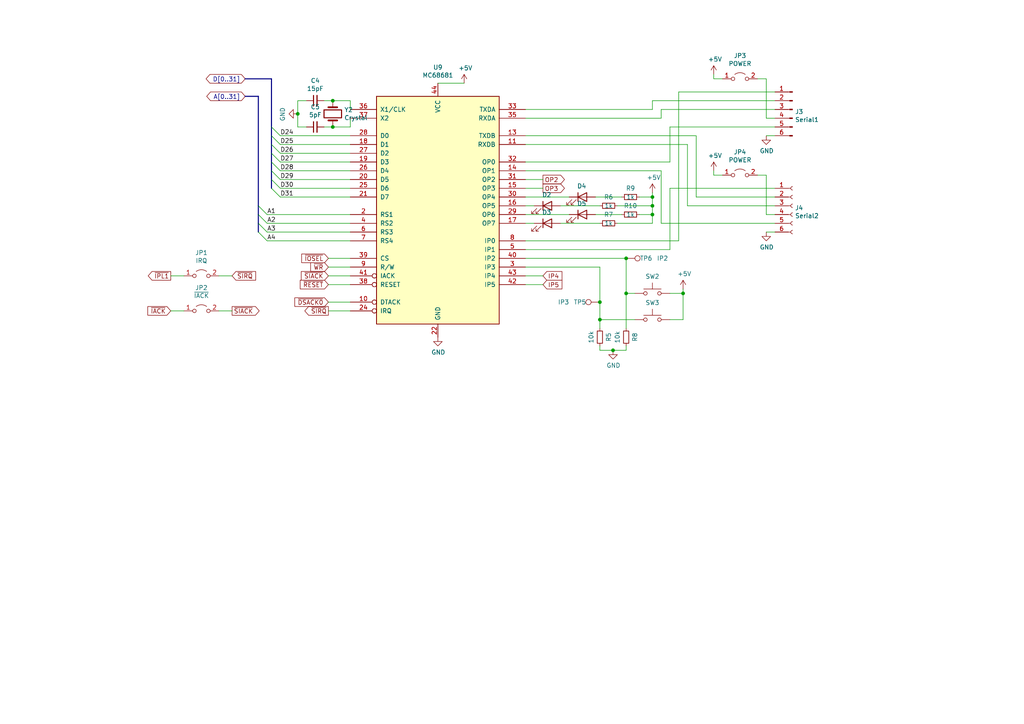
<source format=kicad_sch>
(kicad_sch (version 20231120) (generator "eeschema") (generator_version "8.0")
  (paper "A4")
  (title_block (title "k30-VME32") (rev "1"))
  (lib_symbols
    (symbol "Computie_68k:MC68681-PLCC" (pin_names (offset 1.016))
      (property "Reference" "U" (at 0 3.81 0))
      (property "Value" "MC68681-PLCC" (at 0 -2.54 0))
      (symbol "MC68681-PLCC_0_1"
        (rectangle (start -17.78 -31.75) (end 17.78 34.29) (stroke (width 0.254)) (fill (type background)))
      )
      (symbol "MC68681-PLCC_1_1"
        (pin open_collector inverted (at -25.4 -25.4 0) (length 7.62) (name "DTACK") (number "10"))
        (pin input line (at 25.4 20.32 180) (length 7.62) (name "RXDB") (number "11"))
        (pin output line (at 25.4 22.86 180) (length 7.62) (name "TXDB") (number "13"))
        (pin output line (at 25.4 12.7 180) (length 7.62) (name "OP1") (number "14"))
        (pin output line (at 25.4 7.62 180) (length 7.62) (name "OP3") (number "15"))
        (pin output line (at 25.4 2.54 180) (length 7.62) (name "OP5") (number "16"))
        (pin output line (at 25.4 -2.54 180) (length 7.62) (name "OP7") (number "17"))
        (pin tri_state line (at -25.4 20.32 0) (length 7.62) (name "D1") (number "18"))
        (pin tri_state line (at -25.4 15.24 0) (length 7.62) (name "D3") (number "19"))
        (pin input line (at -25.4 0 0) (length 7.62) (name "RS1") (number "2"))
        (pin tri_state line (at -25.4 10.16 0) (length 7.62) (name "D5") (number "20"))
        (pin tri_state line (at -25.4 5.08 0) (length 7.62) (name "D7") (number "21"))
        (pin power_in line (at 0 -35.56 90) (length 3.81) (name "GND") (number "22"))
        (pin output inverted (at -25.4 -27.94 0) (length 7.62) (name "IRQ") (number "24"))
        (pin tri_state line (at -25.4 7.62 0) (length 7.62) (name "D6") (number "25"))
        (pin tri_state line (at -25.4 12.7 0) (length 7.62) (name "D4") (number "26"))
        (pin tri_state line (at -25.4 17.78 0) (length 7.62) (name "D2") (number "27"))
        (pin tri_state line (at -25.4 22.86 0) (length 7.62) (name "D0") (number "28"))
        (pin output line (at 25.4 0 180) (length 7.62) (name "OP6") (number "29"))
        (pin input line (at 25.4 -15.24 180) (length 7.62) (name "IP3") (number "3"))
        (pin output line (at 25.4 5.08 180) (length 7.62) (name "OP4") (number "30"))
        (pin output line (at 25.4 10.16 180) (length 7.62) (name "OP2") (number "31"))
        (pin output line (at 25.4 15.24 180) (length 7.62) (name "OP0") (number "32"))
        (pin output line (at 25.4 30.48 180) (length 7.62) (name "TXDA") (number "33"))
        (pin input line (at 25.4 27.94 180) (length 7.62) (name "RXDA") (number "35"))
        (pin input line (at -25.4 30.48 0) (length 7.62) (name "X1/CLK") (number "36"))
        (pin input line (at -25.4 27.94 0) (length 7.62) (name "X2") (number "37"))
        (pin input inverted (at -25.4 -20.32 0) (length 7.62) (name "RESET") (number "38"))
        (pin input line (at -25.4 -12.7 0) (length 7.62) (name "CS") (number "39"))
        (pin input line (at -25.4 -2.54 0) (length 7.62) (name "RS2") (number "4"))
        (pin input line (at 25.4 -12.7 180) (length 7.62) (name "IP2") (number "40"))
        (pin input inverted (at -25.4 -17.78 0) (length 7.62) (name "IACK") (number "41"))
        (pin input line (at 25.4 -20.32 180) (length 7.62) (name "IP5") (number "42"))
        (pin input line (at 25.4 -17.78 180) (length 7.62) (name "IP4") (number "43"))
        (pin power_in line (at 0 38.1 270) (length 3.81) (name "VCC") (number "44"))
        (pin input line (at 25.4 -10.16 180) (length 7.62) (name "IP1") (number "5"))
        (pin input line (at -25.4 -5.08 0) (length 7.62) (name "RS3") (number "6"))
        (pin input line (at -25.4 -7.62 0) (length 7.62) (name "RS4") (number "7"))
        (pin input line (at 25.4 -7.62 180) (length 7.62) (name "IP0") (number "8"))
        (pin input line (at -25.4 -15.24 0) (length 7.62) (name "R/W") (number "9"))
      )
    )
    (symbol "Connector:Conn_01x06_Female" (pin_names (offset 1.016) hide)
      (property "Reference" "J" (at 0 7.62 0))
      (property "Value" "Conn_01x06_Female" (at 0 -10.16 0))
      (symbol "Conn_01x06_Female_1_1"
        (arc (start 0 -7.112) (mid -0.5058 -7.62) (end 0 -8.128) (stroke (width 0.1524)))
        (arc (start 0 -4.572) (mid -0.5058 -5.08) (end 0 -5.588) (stroke (width 0.1524)))
        (arc (start 0 -2.032) (mid -0.5058 -2.54) (end 0 -3.048) (stroke (width 0.1524)))
        (polyline (pts (xy -1.27 -7.62) (xy -0.508 -7.62)) (stroke (width 0.1524)))
        (polyline (pts (xy -1.27 -5.08) (xy -0.508 -5.08)) (stroke (width 0.1524)))
        (polyline (pts (xy -1.27 -2.54) (xy -0.508 -2.54)) (stroke (width 0.1524)))
        (polyline (pts (xy -1.27 0) (xy -0.508 0)) (stroke (width 0.1524)))
        (polyline (pts (xy -1.27 2.54) (xy -0.508 2.54)) (stroke (width 0.1524)))
        (polyline (pts (xy -1.27 5.08) (xy -0.508 5.08)) (stroke (width 0.1524)))
        (arc (start 0 0.508) (mid -0.5058 0) (end 0 -0.508) (stroke (width 0.1524)))
        (arc (start 0 3.048) (mid -0.5058 2.54) (end 0 2.032) (stroke (width 0.1524)))
        (arc (start 0 5.588) (mid -0.5058 5.08) (end 0 4.572) (stroke (width 0.1524)))
        (pin passive line (at -5.08 5.08 0) (length 3.81) (name "Pin_1") (number "1"))
        (pin passive line (at -5.08 2.54 0) (length 3.81) (name "Pin_2") (number "2"))
        (pin passive line (at -5.08 0 0) (length 3.81) (name "Pin_3") (number "3"))
        (pin passive line (at -5.08 -2.54 0) (length 3.81) (name "Pin_4") (number "4"))
        (pin passive line (at -5.08 -5.08 0) (length 3.81) (name "Pin_5") (number "5"))
        (pin passive line (at -5.08 -7.62 0) (length 3.81) (name "Pin_6") (number "6"))
      )
    )
    (symbol "Connector:Conn_01x06_Male" (pin_names (offset 1.016) hide)
      (property "Reference" "J" (at 0 7.62 0))
      (property "Value" "Conn_01x06_Male" (at 0 -10.16 0))
      (symbol "Conn_01x06_Male_1_1"
        (polyline (pts (xy 1.27 -7.62) (xy 0.8636 -7.62)) (stroke (width 0.1524)))
        (polyline (pts (xy 1.27 -5.08) (xy 0.8636 -5.08)) (stroke (width 0.1524)))
        (polyline (pts (xy 1.27 -2.54) (xy 0.8636 -2.54)) (stroke (width 0.1524)))
        (polyline (pts (xy 1.27 0) (xy 0.8636 0)) (stroke (width 0.1524)))
        (polyline (pts (xy 1.27 2.54) (xy 0.8636 2.54)) (stroke (width 0.1524)))
        (polyline (pts (xy 1.27 5.08) (xy 0.8636 5.08)) (stroke (width 0.1524)))
        (rectangle (start 0.8636 -7.493) (end 0 -7.747) (stroke (width 0.1524)) (fill (type outline)))
        (rectangle (start 0.8636 -4.953) (end 0 -5.207) (stroke (width 0.1524)) (fill (type outline)))
        (rectangle (start 0.8636 -2.413) (end 0 -2.667) (stroke (width 0.1524)) (fill (type outline)))
        (rectangle (start 0.8636 0.127) (end 0 -0.127) (stroke (width 0.1524)) (fill (type outline)))
        (rectangle (start 0.8636 2.667) (end 0 2.413) (stroke (width 0.1524)) (fill (type outline)))
        (rectangle (start 0.8636 5.207) (end 0 4.953) (stroke (width 0.1524)) (fill (type outline)))
        (pin passive line (at 5.08 5.08 180) (length 3.81) (name "Pin_1") (number "1"))
        (pin passive line (at 5.08 2.54 180) (length 3.81) (name "Pin_2") (number "2"))
        (pin passive line (at 5.08 0 180) (length 3.81) (name "Pin_3") (number "3"))
        (pin passive line (at 5.08 -2.54 180) (length 3.81) (name "Pin_4") (number "4"))
        (pin passive line (at 5.08 -5.08 180) (length 3.81) (name "Pin_5") (number "5"))
        (pin passive line (at 5.08 -7.62 180) (length 3.81) (name "Pin_6") (number "6"))
      )
    )
    (symbol "Connector:TestPoint" (pin_numbers hide) (pin_names (offset 0.762) hide)
      (property "Reference" "TP" (at 0 6.858 0))
      (property "Value" "TestPoint" (at 0 5.08 0))
      (symbol "TestPoint_0_1"
        (circle (center 0 3.302) (radius 0.762))
      )
      (symbol "TestPoint_1_1"
        (pin passive line (at 0 0 90) (length 2.54) (name "1") (number "1"))
      )
    )
    (symbol "Device:C_Small" (pin_numbers hide) (pin_names (offset 0.254) hide)
      (property "Reference" "C" (at 0.254 1.778 0))
      (property "Value" "C_Small" (at 0.254 -2.032 0))
      (symbol "C_Small_0_1"
        (polyline (pts (xy -1.524 -0.508) (xy 1.524 -0.508)) (stroke (width 0.3302)))
        (polyline (pts (xy -1.524 0.508) (xy 1.524 0.508)) (stroke (width 0.3048)))
      )
      (symbol "C_Small_1_1"
        (pin passive line (at 0 2.54 270) (length 2.032) (name "~") (number "1"))
        (pin passive line (at 0 -2.54 90) (length 2.032) (name "~") (number "2"))
      )
    )
    (symbol "Device:Crystal" (pin_numbers hide) (pin_names (offset 1.016) hide)
      (property "Reference" "Y" (at 0 3.81 0))
      (property "Value" "Crystal" (at 0 -3.81 0))
      (symbol "Crystal_0_1"
        (rectangle (start -1.143 2.54) (end 1.143 -2.54) (stroke (width 0.3048)))
        (polyline (pts (xy -2.54 0) (xy -1.905 0)))
        (polyline (pts (xy -1.905 -1.27) (xy -1.905 1.27)) (stroke (width 0.508)))
        (polyline (pts (xy 1.905 -1.27) (xy 1.905 1.27)) (stroke (width 0.508)))
        (polyline (pts (xy 2.54 0) (xy 1.905 0)))
      )
      (symbol "Crystal_1_1"
        (pin passive line (at -3.81 0 0) (length 1.27) (name "1") (number "1"))
        (pin passive line (at 3.81 0 180) (length 1.27) (name "2") (number "2"))
      )
    )
    (symbol "Device:LED" (pin_numbers hide) (pin_names (offset 1.016) hide)
      (property "Reference" "D" (at 0 2.54 0))
      (property "Value" "LED" (at 0 -2.54 0))
      (symbol "LED_0_1"
        (polyline (pts (xy -1.27 -1.27) (xy -1.27 1.27)) (stroke (width 0.254)))
        (polyline (pts (xy -1.27 0) (xy 1.27 0)))
        (polyline (pts (xy 1.27 -1.27) (xy 1.27 1.27) (xy -1.27 0) (xy 1.27 -1.27)) (stroke (width 0.254)))
        (polyline (pts (xy -3.048 -0.762) (xy -4.572 -2.286) (xy -3.81 -2.286) (xy -4.572 -2.286) (xy -4.572 -1.524)))
        (polyline (pts (xy -1.778 -0.762) (xy -3.302 -2.286) (xy -2.54 -2.286) (xy -3.302 -2.286) (xy -3.302 -1.524)))
      )
      (symbol "LED_1_1"
        (pin passive line (at -3.81 0 0) (length 2.54) (name "K") (number "1"))
        (pin passive line (at 3.81 0 180) (length 2.54) (name "A") (number "2"))
      )
    )
    (symbol "Device:R_Small" (pin_numbers hide) (pin_names (offset 0.254) hide)
      (property "Reference" "R" (at 0.762 0.508 0))
      (property "Value" "R_Small" (at 0.762 -1.016 0))
      (symbol "R_Small_0_1"
        (rectangle (start -0.762 1.778) (end 0.762 -1.778) (stroke (width 0.2032)))
      )
      (symbol "R_Small_1_1"
        (pin passive line (at 0 2.54 270) (length 0.762) (name "~") (number "1"))
        (pin passive line (at 0 -2.54 90) (length 0.762) (name "~") (number "2"))
      )
    )
    (symbol "Jumper:Jumper_2_Open" (pin_names (offset 0) hide)
      (property "Reference" "JP" (at 0 2.794 0))
      (property "Value" "Jumper_2_Open" (at 0 -2.286 0))
      (symbol "Jumper_2_Open_0_0"
        (circle (center -2.032 0) (radius 0.508))
        (circle (center 2.032 0) (radius 0.508))
      )
      (symbol "Jumper_2_Open_0_1"
        (arc (start 1.524 1.27) (mid 0 1.778) (end -1.524 1.27))
      )
      (symbol "Jumper_2_Open_1_1"
        (pin passive line (at -5.08 0 0) (length 2.54) (name "A") (number "1"))
        (pin passive line (at 5.08 0 180) (length 2.54) (name "B") (number "2"))
      )
    )
    (symbol "Switch:SW_Push" (pin_numbers hide) (pin_names (offset 1.016) hide)
      (property "Reference" "SW" (at 1.27 2.54 0))
      (property "Value" "SW_Push" (at 0 -1.524 0))
      (symbol "SW_Push_0_1"
        (circle (center -2.032 0) (radius 0.508))
        (polyline (pts (xy 0 1.27) (xy 0 3.048)))
        (polyline (pts (xy 2.54 1.27) (xy -2.54 1.27)))
        (circle (center 2.032 0) (radius 0.508))
        (pin passive line (at -5.08 0 0) (length 2.54) (name "1") (number "1"))
        (pin passive line (at 5.08 0 180) (length 2.54) (name "2") (number "2"))
      )
    )
    (symbol "power:+5V" (power) (pin_names (offset 0))
      (property "Value" "+5V" (at 0 3.556 0))
      (symbol "+5V_0_1"
        (polyline (pts (xy -0.762 1.27) (xy 0 2.54)))
        (polyline (pts (xy 0 0) (xy 0 2.54)))
        (polyline (pts (xy 0 2.54) (xy 0.762 1.27)))
      )
      (symbol "+5V_1_1"
        (pin power_in line (at 0 0 90) (length 0) hide (name "+5V") (number "1"))
      )
    )
    (symbol "power:GND" (power) (pin_names (offset 0))
      (property "Value" "GND" (at 0 -3.81 0))
      (symbol "GND_0_1"
        (polyline (pts (xy 0 0) (xy 0 -1.27) (xy 1.27 -1.27) (xy 0 -2.54) (xy -1.27 -1.27) (xy 0 -1.27)))
      )
      (symbol "GND_1_1"
        (pin power_in line (at 0 0 270) (length 0) hide (name "GND") (number "1"))
      )
    )
  )
  (junction (at 173.99 87.63))
  (junction (at 96.52 36.83))
  (junction (at 177.8 101.6))
  (junction (at 86.36 33.02))
  (junction (at 198.12 85.09))
  (junction (at 189.23 59.69))
  (junction (at 173.99 92.71))
  (junction (at 181.61 74.93))
  (junction (at 189.23 57.15))
  (junction (at 181.61 85.09))
  (junction (at 96.52 29.21))
  (junction (at 189.23 62.23))
  (bus_entry (at 81.28 44.45) (size -2.54 -2.54))
  (bus_entry (at 81.28 39.37) (size -2.54 -2.54))
  (bus_entry (at 81.28 41.91) (size -2.54 -2.54))
  (bus_entry (at 77.47 67.31) (size -2.54 -2.54))
  (bus_entry (at 77.47 64.77) (size -2.54 -2.54))
  (bus_entry (at 81.28 46.99) (size -2.54 -2.54))
  (bus_entry (at 77.47 62.23) (size -2.54 -2.54))
  (bus_entry (at 81.28 54.61) (size -2.54 -2.54))
  (bus_entry (at 81.28 52.07) (size -2.54 -2.54))
  (bus_entry (at 81.28 49.53) (size -2.54 -2.54))
  (bus_entry (at 77.47 69.85) (size -2.54 -2.54))
  (bus_entry (at 81.28 57.15) (size -2.54 -2.54))
  (wire (pts (xy 198.12 83.82) (xy 198.12 85.09)))
  (wire (pts (xy 196.85 69.85) (xy 152.4 69.85)))
  (wire (pts (xy 194.31 36.83) (xy 194.31 46.99)))
  (wire (pts (xy 173.99 92.71) (xy 173.99 95.25)))
  (wire (pts (xy 95.25 74.93) (xy 101.6 74.93)))
  (wire (pts (xy 157.48 82.55) (xy 152.4 82.55)))
  (wire (pts (xy 191.77 34.29) (xy 191.77 31.75)))
  (wire (pts (xy 181.61 100.33) (xy 181.61 101.6)))
  (wire (pts (xy 201.93 57.15) (xy 224.79 57.15)))
  (wire (pts (xy 152.4 74.93) (xy 181.61 74.93)))
  (bus (pts (xy 71.12 27.94) (xy 74.93 27.94)))
  (bus (pts (xy 78.74 44.45) (xy 78.74 46.99)))
  (bus (pts (xy 74.93 59.69) (xy 74.93 62.23)))
  (wire (pts (xy 189.23 59.69) (xy 179.07 59.69)))
  (wire (pts (xy 224.79 67.31) (xy 222.25 67.31)))
  (wire (pts (xy 154.94 64.77) (xy 152.4 64.77)))
  (wire (pts (xy 222.25 22.86) (xy 222.25 34.29)))
  (wire (pts (xy 101.6 46.99) (xy 81.28 46.99)))
  (wire (pts (xy 189.23 57.15) (xy 189.23 59.69)))
  (wire (pts (xy 222.25 62.23) (xy 224.79 62.23)))
  (bus (pts (xy 78.74 36.83) (xy 78.74 39.37)))
  (wire (pts (xy 181.61 85.09) (xy 181.61 95.25)))
  (wire (pts (xy 191.77 64.77) (xy 191.77 49.53)))
  (wire (pts (xy 196.85 26.67) (xy 196.85 69.85)))
  (bus (pts (xy 78.74 52.07) (xy 78.74 54.61)))
  (wire (pts (xy 157.48 80.01) (xy 152.4 80.01)))
  (wire (pts (xy 189.23 64.77) (xy 189.23 62.23)))
  (wire (pts (xy 184.15 92.71) (xy 173.99 92.71)))
  (wire (pts (xy 93.98 29.21) (xy 96.52 29.21)))
  (wire (pts (xy 181.61 85.09) (xy 184.15 85.09)))
  (wire (pts (xy 101.6 34.29) (xy 101.6 36.83)))
  (wire (pts (xy 207.01 21.59) (xy 207.01 22.86)))
  (wire (pts (xy 198.12 85.09) (xy 194.31 85.09)))
  (wire (pts (xy 127 24.13) (xy 134.62 24.13)))
  (bus (pts (xy 78.74 41.91) (xy 78.74 44.45)))
  (wire (pts (xy 180.34 62.23) (xy 172.72 62.23)))
  (wire (pts (xy 173.99 77.47) (xy 152.4 77.47)))
  (wire (pts (xy 101.6 29.21) (xy 101.6 31.75)))
  (wire (pts (xy 152.4 52.07) (xy 157.48 52.07)))
  (wire (pts (xy 101.6 49.53) (xy 81.28 49.53)))
  (wire (pts (xy 95.25 77.47) (xy 101.6 77.47)))
  (wire (pts (xy 199.39 59.69) (xy 224.79 59.69)))
  (wire (pts (xy 189.23 31.75) (xy 189.23 29.21)))
  (bus (pts (xy 74.93 27.94) (xy 74.93 59.69)))
  (wire (pts (xy 191.77 31.75) (xy 224.79 31.75)))
  (bus (pts (xy 74.93 62.23) (xy 74.93 64.77)))
  (wire (pts (xy 189.23 62.23) (xy 185.42 62.23)))
  (bus (pts (xy 78.74 22.86) (xy 71.12 22.86)))
  (wire (pts (xy 101.6 69.85) (xy 77.47 69.85)))
  (wire (pts (xy 96.52 29.21) (xy 101.6 29.21)))
  (wire (pts (xy 86.36 29.21) (xy 86.36 33.02)))
  (wire (pts (xy 101.6 36.83) (xy 96.52 36.83)))
  (wire (pts (xy 194.31 54.61) (xy 194.31 72.39)))
  (wire (pts (xy 194.31 36.83) (xy 224.79 36.83)))
  (wire (pts (xy 95.25 80.01) (xy 101.6 80.01)))
  (wire (pts (xy 181.61 74.93) (xy 181.61 85.09)))
  (wire (pts (xy 152.4 34.29) (xy 191.77 34.29)))
  (wire (pts (xy 101.6 64.77) (xy 77.47 64.77)))
  (wire (pts (xy 194.31 46.99) (xy 152.4 46.99)))
  (wire (pts (xy 101.6 41.91) (xy 81.28 41.91)))
  (wire (pts (xy 194.31 92.71) (xy 198.12 92.71)))
  (wire (pts (xy 101.6 62.23) (xy 77.47 62.23)))
  (wire (pts (xy 224.79 64.77) (xy 191.77 64.77)))
  (bus (pts (xy 78.74 46.99) (xy 78.74 49.53)))
  (wire (pts (xy 154.94 59.69) (xy 152.4 59.69)))
  (wire (pts (xy 101.6 44.45) (xy 81.28 44.45)))
  (wire (pts (xy 63.5 90.17) (xy 67.31 90.17)))
  (wire (pts (xy 101.6 57.15) (xy 81.28 57.15)))
  (bus (pts (xy 78.74 39.37) (xy 78.74 41.91)))
  (wire (pts (xy 152.4 31.75) (xy 189.23 31.75)))
  (wire (pts (xy 191.77 49.53) (xy 152.4 49.53)))
  (wire (pts (xy 95.25 87.63) (xy 101.6 87.63)))
  (wire (pts (xy 49.53 90.17) (xy 53.34 90.17)))
  (wire (pts (xy 196.85 26.67) (xy 224.79 26.67)))
  (wire (pts (xy 198.12 92.71) (xy 198.12 85.09)))
  (wire (pts (xy 157.48 54.61) (xy 152.4 54.61)))
  (wire (pts (xy 86.36 36.83) (xy 88.9 36.83)))
  (wire (pts (xy 194.31 72.39) (xy 152.4 72.39)))
  (wire (pts (xy 173.99 59.69) (xy 162.56 59.69)))
  (wire (pts (xy 49.53 80.01) (xy 53.34 80.01)))
  (wire (pts (xy 180.34 57.15) (xy 172.72 57.15)))
  (bus (pts (xy 78.74 49.53) (xy 78.74 52.07)))
  (wire (pts (xy 179.07 64.77) (xy 189.23 64.77)))
  (wire (pts (xy 173.99 87.63) (xy 173.99 92.71)))
  (wire (pts (xy 177.8 101.6) (xy 173.99 101.6)))
  (wire (pts (xy 181.61 101.6) (xy 177.8 101.6)))
  (wire (pts (xy 207.01 49.53) (xy 207.01 50.8)))
  (wire (pts (xy 101.6 67.31) (xy 77.47 67.31)))
  (wire (pts (xy 189.23 57.15) (xy 185.42 57.15)))
  (wire (pts (xy 207.01 50.8) (xy 209.55 50.8)))
  (wire (pts (xy 173.99 77.47) (xy 173.99 87.63)))
  (wire (pts (xy 173.99 64.77) (xy 162.56 64.77)))
  (wire (pts (xy 152.4 39.37) (xy 201.93 39.37)))
  (wire (pts (xy 101.6 39.37) (xy 81.28 39.37)))
  (wire (pts (xy 219.71 22.86) (xy 222.25 22.86)))
  (wire (pts (xy 165.1 62.23) (xy 152.4 62.23)))
  (wire (pts (xy 224.79 54.61) (xy 194.31 54.61)))
  (wire (pts (xy 201.93 39.37) (xy 201.93 57.15)))
  (wire (pts (xy 88.9 29.21) (xy 86.36 29.21)))
  (wire (pts (xy 222.25 34.29) (xy 224.79 34.29)))
  (wire (pts (xy 173.99 101.6) (xy 173.99 100.33)))
  (wire (pts (xy 189.23 55.88) (xy 189.23 57.15)))
  (wire (pts (xy 86.36 33.02) (xy 86.36 36.83)))
  (wire (pts (xy 199.39 41.91) (xy 199.39 59.69)))
  (bus (pts (xy 74.93 64.77) (xy 74.93 67.31)))
  (wire (pts (xy 96.52 36.83) (xy 93.98 36.83)))
  (bus (pts (xy 78.74 22.86) (xy 78.74 36.83)))
  (wire (pts (xy 222.25 50.8) (xy 222.25 62.23)))
  (wire (pts (xy 95.25 90.17) (xy 101.6 90.17)))
  (wire (pts (xy 63.5 80.01) (xy 67.31 80.01)))
  (wire (pts (xy 101.6 52.07) (xy 81.28 52.07)))
  (wire (pts (xy 189.23 59.69) (xy 189.23 62.23)))
  (wire (pts (xy 207.01 22.86) (xy 209.55 22.86)))
  (wire (pts (xy 219.71 50.8) (xy 222.25 50.8)))
  (wire (pts (xy 165.1 57.15) (xy 152.4 57.15)))
  (wire (pts (xy 101.6 54.61) (xy 81.28 54.61)))
  (wire (pts (xy 152.4 41.91) (xy 199.39 41.91)))
  (wire (pts (xy 224.79 39.37) (xy 222.25 39.37)))
  (wire (pts (xy 95.25 82.55) (xy 101.6 82.55)))
  (wire (pts (xy 189.23 29.21) (xy 224.79 29.21)))
  (label "A1" (at 77.47 62.23 0))
  (label "A3" (at 77.47 67.31 0))
  (label "D31" (at 81.28 57.15 0))
  (label "A4" (at 77.47 69.85 0))
  (label "D26" (at 81.28 44.45 0))
  (label "D28" (at 81.28 49.53 0))
  (label "D29" (at 81.28 52.07 0))
  (label "D27" (at 81.28 46.99 0))
  (label "D30" (at 81.28 54.61 0))
  (label "A2" (at 77.47 64.77 0))
  (label "D25" (at 81.28 41.91 0))
  (label "D24" (at 81.28 39.37 0))
  (global_label "~{WR}" (shape input) (at 95.25 77.47 180) (property "Intersheetrefs" "${INTERSHEET_REFS}" (effects (hide yes))))
  (global_label "D[0..31]" (shape tri_state) (at 71.12 22.86 180) (property "Intersheetrefs" "${INTERSHEET_REFS}" (effects (hide yes))))
  (global_label "IP4" (shape input) (at 157.48 80.01 0) (property "Intersheetrefs" "${INTERSHEET_REFS}" (effects (hide yes))))
  (global_label "OP3" (shape output) (at 157.48 54.61 0) (property "Intersheetrefs" "${INTERSHEET_REFS}" (effects (hide yes))))
  (global_label "~{IOSEL}" (shape input) (at 95.25 74.93 180) (property "Intersheetrefs" "${INTERSHEET_REFS}" (effects (hide yes))))
  (global_label "~{SIACK}" (shape input) (at 95.25 80.01 180) (property "Intersheetrefs" "${INTERSHEET_REFS}" (effects (hide yes))))
  (global_label "~{SIRQ}" (shape input) (at 67.31 80.01 0) (property "Intersheetrefs" "${INTERSHEET_REFS}" (effects (hide yes))))
  (global_label "~{SIRQ}" (shape output) (at 95.25 90.17 180) (property "Intersheetrefs" "${INTERSHEET_REFS}" (effects (hide yes))))
  (global_label "~{IACK}" (shape input) (at 49.53 90.17 180) (property "Intersheetrefs" "${INTERSHEET_REFS}" (effects (hide yes))))
  (global_label "A[0..31]" (shape tri_state) (at 71.12 27.94 180) (property "Intersheetrefs" "${INTERSHEET_REFS}" (effects (hide yes))))
  (global_label "~{DSACK0}" (shape input) (at 95.25 87.63 180) (property "Intersheetrefs" "${INTERSHEET_REFS}" (effects (hide yes))))
  (global_label "IP5" (shape input) (at 157.48 82.55 0) (property "Intersheetrefs" "${INTERSHEET_REFS}" (effects (hide yes))))
  (global_label "OP2" (shape output) (at 157.48 52.07 0) (property "Intersheetrefs" "${INTERSHEET_REFS}" (effects (hide yes))))
  (global_label "~{IPL1}" (shape output) (at 49.53 80.01 180) (property "Intersheetrefs" "${INTERSHEET_REFS}" (effects (hide yes))))
  (global_label "~{SIACK}" (shape output) (at 67.31 90.17 0) (property "Intersheetrefs" "${INTERSHEET_REFS}" (effects (hide yes))))
  (global_label "~{RESET}" (shape input) (at 95.25 82.55 180) (property "Intersheetrefs" "${INTERSHEET_REFS}" (effects (hide yes))))
  (symbol (lib_id "power:+5V") (at 134.62 24.13 0) (unit 1)
    (property "Reference" "#PWR023" (effects (hide yes)))
    (property "Value" "+5V" (at 135.001 19.7358 0))
    (instances (project "IVC-k30" (path "" (reference "#PWR023") (unit 1))) (project "k30-SBC" (path "" (reference "#PWR021") (unit 1))))
  )
  (symbol (lib_id "power:GND") (at 127 97.79 0) (unit 1)
    (property "Reference" "#PWR022" (effects (hide yes)))
    (property "Value" "GND" (at 127.127 102.1842 0))
    (instances (project "IVC-k30" (path "" (reference "#PWR022") (unit 1))) (project "k30-SBC" (path "" (reference "#PWR020") (unit 1))))
  )
  (symbol (lib_id "Device:Crystal") (at 96.52 33.02 90) (unit 1)
    (property "Reference" "Y2" (at 99.8474 31.8516 90) (effects (justify right)))
    (property "Value" "Crystal" (at 99.8474 34.163 90) (effects (justify right)))
    (property "Footprint" "Crystal:Crystal_HC49-4H_Vertical" (effects (hide yes)))
  )
  (symbol (lib_id "Device:C_Small") (at 91.44 29.21 90) (unit 1)
    (property "Reference" "C4" (at 91.44 23.3934 90))
    (property "Value" "15pF" (at 91.44 25.7048 90))
    (property "Footprint" "Capacitor_THT:C_Disc_D3.0mm_W2.0mm_P2.50mm" (effects (hide yes)))
    (instances (project "IVC-k30" (path "" (reference "C4") (unit 1))) (project "k30-SBC" (path "" (reference "C2") (unit 1))))
  )
  (symbol (lib_id "Device:C_Small") (at 91.44 36.83 90) (unit 1)
    (property "Reference" "C5" (at 91.44 31.0134 90))
    (property "Value" "5pF" (at 91.44 33.3248 90))
    (property "Footprint" "Capacitor_THT:C_Disc_D3.0mm_W2.0mm_P2.50mm" (effects (hide yes)))
    (instances (project "IVC-k30" (path "" (reference "C5") (unit 1))) (project "k30-SBC" (path "" (reference "C3") (unit 1))))
  )
  (symbol (lib_id "power:GND") (at 86.36 33.02 270) (unit 1)
    (property "Reference" "#PWR018" (effects (hide yes)))
    (property "Value" "GND" (at 81.9658 33.147 0))
    (instances (project "IVC-k30" (path "" (reference "#PWR018") (unit 1))) (project "k30-SBC" (path "" (reference "#PWR016") (unit 1))))
  )
  (symbol (lib_id "Connector:Conn_01x06_Male") (at 229.87 31.75 0) (mirror y) (unit 1)
    (property "Reference" "J3" (at 230.5812 32.4104 0) (effects (justify right)))
    (property "Value" "Serial1" (at 230.5812 34.7218 0) (effects (justify right)))
    (property "Footprint" "Connector_PinHeader_2.54mm:PinHeader_1x06_P2.54mm_Vertical" (effects (hide yes)))
    (instances (project "IVC-k30" (path "" (reference "J3") (unit 1))) (project "k30-SBC" (path "" (reference "J2") (unit 1))))
  )
  (symbol (lib_id "power:GND") (at 222.25 67.31 0) (unit 1)
    (property "Reference" "#PWR033" (effects (hide yes)))
    (property "Value" "GND" (at 222.377 71.7042 0))
    (instances (project "IVC-k30" (path "" (reference "#PWR033") (unit 1))) (project "k30-SBC" (path "" (reference "#PWR031") (unit 1))))
  )
  (symbol (lib_id "power:GND") (at 222.25 39.37 0) (unit 1)
    (property "Reference" "#PWR032" (effects (hide yes)))
    (property "Value" "GND" (at 222.377 43.7642 0))
    (instances (project "IVC-k30" (path "" (reference "#PWR032") (unit 1))) (project "k30-SBC" (path "" (reference "#PWR030") (unit 1))))
  )
  (symbol (lib_id "Connector:Conn_01x06_Female") (at 229.87 59.69 0) (unit 1)
    (property "Reference" "J4" (at 230.5812 60.2996 0) (effects (justify left)))
    (property "Value" "Serial2" (at 230.5812 62.611 0) (effects (justify left)))
    (property "Footprint" "Connector_PinHeader_2.54mm:PinHeader_1x06_P2.54mm_Vertical" (effects (hide yes)))
    (instances (project "IVC-k30" (path "" (reference "J4") (unit 1))) (project "k30-SBC" (path "" (reference "J3") (unit 1))))
  )
  (symbol (lib_id "Device:R_Small") (at 176.53 59.69 90) (unit 1)
    (property "Reference" "R6" (at 176.53 57.15 90))
    (property "Value" "1k" (at 176.53 59.69 90))
    (property "Footprint" "Resistor_THT:R_Axial_DIN0204_L3.6mm_D1.6mm_P5.08mm_Horizontal" (effects (hide yes)))
    (instances (project "IVC-k30" (path "" (reference "R6") (unit 1))) (project "k30-SBC" (path "" (reference "R7") (unit 1))))
  )
  (symbol (lib_id "Device:R_Small") (at 176.53 64.77 90) (unit 1)
    (property "Reference" "R7" (at 176.53 62.23 90))
    (property "Value" "1k" (at 176.53 64.77 90))
    (property "Footprint" "Resistor_THT:R_Axial_DIN0204_L3.6mm_D1.6mm_P5.08mm_Horizontal" (effects (hide yes)))
    (instances (project "IVC-k30" (path "" (reference "R7") (unit 1))) (project "k30-SBC" (path "" (reference "R8") (unit 1))))
  )
  (symbol (lib_id "Device:R_Small") (at 182.88 57.15 90) (unit 1)
    (property "Reference" "R9" (at 182.88 54.61 90))
    (property "Value" "1k" (at 182.88 57.15 90))
    (property "Footprint" "Resistor_THT:R_Axial_DIN0204_L3.6mm_D1.6mm_P5.08mm_Horizontal" (effects (hide yes)))
    (instances (project "IVC-k30" (path "" (reference "R9") (unit 1))) (project "k30-SBC" (path "" (reference "R10") (unit 1))))
  )
  (symbol (lib_id "Device:R_Small") (at 182.88 62.23 90) (unit 1)
    (property "Reference" "R10" (at 182.88 59.69 90))
    (property "Value" "1k" (at 182.88 62.23 90))
    (property "Footprint" "Resistor_THT:R_Axial_DIN0204_L3.6mm_D1.6mm_P5.08mm_Horizontal" (effects (hide yes)))
    (instances (project "IVC-k30" (path "" (reference "R10") (unit 1))) (project "k30-SBC" (path "" (reference "R11") (unit 1))))
  )
  (symbol (lib_id "power:+5V") (at 189.23 55.88 0) (unit 1)
    (property "Reference" "#PWR028" (effects (hide yes)))
    (property "Value" "+5V" (at 189.611 51.4858 0))
    (instances (project "IVC-k30" (path "" (reference "#PWR028") (unit 1))) (project "k30-SBC" (path "" (reference "#PWR026") (unit 1))))
  )
  (symbol (lib_id "Switch:SW_Push") (at 189.23 85.09 0) (unit 1)
    (property "Reference" "SW2" (at 189.23 80.1878 0))
    (property "Value" "IP2" (effects (hide yes)))
    (property "Footprint" "Button_Switch_THT:SW_PUSH_6mm" (effects (hide yes)))
    (instances (project "IVC-k30" (path "" (reference "SW2") (unit 1))) (project "k30-SBC" (path "" (reference "SW3") (unit 1))))
  )
  (symbol (lib_id "power:+5V") (at 198.12 83.82 0) (unit 1)
    (property "Reference" "#PWR029" (effects (hide yes)))
    (property "Value" "+5V" (at 198.501 79.4258 0))
    (instances (project "IVC-k30" (path "" (reference "#PWR029") (unit 1))) (project "k30-SBC" (path "" (reference "#PWR027") (unit 1))))
  )
  (symbol (lib_id "Device:R_Small") (at 181.61 97.79 0) (unit 1)
    (property "Reference" "R8" (at 184.15 97.79 90))
    (property "Value" "10k" (at 179.07 97.79 90))
    (property "Footprint" "Resistor_THT:R_Axial_DIN0204_L3.6mm_D1.6mm_P5.08mm_Horizontal" (effects (hide yes)))
    (instances (project "IVC-k30" (path "" (reference "R8") (unit 1))) (project "k30-SBC" (path "" (reference "R9") (unit 1))))
  )
  (symbol (lib_id "Device:R_Small") (at 173.99 97.79 0) (unit 1)
    (property "Reference" "R5" (at 176.53 97.79 90))
    (property "Value" "10k" (at 171.45 97.79 90))
    (property "Footprint" "Resistor_THT:R_Axial_DIN0204_L3.6mm_D1.6mm_P5.08mm_Horizontal" (effects (hide yes)))
    (instances (project "IVC-k30" (path "" (reference "R5") (unit 1))) (project "k30-SBC" (path "" (reference "R6") (unit 1))))
  )
  (symbol (lib_id "power:GND") (at 177.8 101.6 0) (unit 1)
    (property "Reference" "#PWR027" (effects (hide yes)))
    (property "Value" "GND" (at 177.927 105.9942 0))
    (instances (project "IVC-k30" (path "" (reference "#PWR027") (unit 1))) (project "k30-SBC" (path "" (reference "#PWR025") (unit 1))))
  )
  (symbol (lib_id "Switch:SW_Push") (at 189.23 92.71 0) (unit 1)
    (property "Reference" "SW3" (at 189.23 87.8078 0))
    (property "Value" "IP3" (effects (hide yes)))
    (property "Footprint" "Button_Switch_THT:SW_PUSH_6mm" (effects (hide yes)))
    (instances (project "IVC-k30" (path "" (reference "SW3") (unit 1))) (project "k30-SBC" (path "" (reference "SW4") (unit 1))))
  )
  (symbol (lib_id "Jumper:Jumper_2_Open") (at 214.63 22.86 0) (unit 1)
    (property "Reference" "JP3" (at 214.63 16.1544 0))
    (property "Value" "POWER" (at 214.63 18.4658 0))
    (property "Footprint" "Connector_PinHeader_2.54mm:PinHeader_1x02_P2.54mm_Vertical" (effects (hide yes)))
    (instances (project "IVC-k30" (path "" (reference "JP3") (unit 1))) (project "k30-SBC" (path "" (reference "JP4") (unit 1))))
  )
  (symbol (lib_id "power:+5V") (at 207.01 21.59 0) (unit 1)
    (property "Reference" "#PWR030" (effects (hide yes)))
    (property "Value" "+5V" (at 207.391 17.1958 0))
    (instances (project "IVC-k30" (path "" (reference "#PWR030") (unit 1))) (project "k30-SBC" (path "" (reference "#PWR028") (unit 1))))
  )
  (symbol (lib_id "Jumper:Jumper_2_Open") (at 214.63 50.8 0) (unit 1)
    (property "Reference" "JP4" (at 214.63 44.0944 0))
    (property "Value" "POWER" (at 214.63 46.4058 0))
    (property "Footprint" "Connector_PinHeader_2.54mm:PinHeader_1x02_P2.54mm_Vertical" (effects (hide yes)))
    (instances (project "IVC-k30" (path "" (reference "JP4") (unit 1))) (project "k30-SBC" (path "" (reference "JP5") (unit 1))))
  )
  (symbol (lib_id "power:+5V") (at 207.01 49.53 0) (unit 1)
    (property "Reference" "#PWR031" (effects (hide yes)))
    (property "Value" "+5V" (at 207.391 45.1358 0))
    (instances (project "IVC-k30" (path "" (reference "#PWR031") (unit 1))) (project "k30-SBC" (path "" (reference "#PWR029") (unit 1))))
  )
  (symbol (lib_id "Device:LED") (at 158.75 64.77 0) (unit 1)
    (property "Reference" "D3" (at 158.5722 61.595 0))
    (property "Value" "OP7" (effects (hide yes)))
    (property "Footprint" "LED_THT:LED_D5.0mm" (effects (hide yes)))
  )
  (symbol (lib_id "Device:LED") (at 168.91 62.23 0) (unit 1)
    (property "Reference" "D5" (at 168.7322 59.055 0))
    (property "Value" "OP6" (effects (hide yes)))
    (property "Footprint" "LED_THT:LED_D5.0mm" (effects (hide yes)))
  )
  (symbol (lib_id "Device:LED") (at 158.75 59.69 0) (unit 1)
    (property "Reference" "D2" (at 158.5722 56.515 0))
    (property "Value" "OP5" (effects (hide yes)))
    (property "Footprint" "LED_THT:LED_D5.0mm" (effects (hide yes)))
  )
  (symbol (lib_id "Device:LED") (at 168.91 57.15 0) (unit 1)
    (property "Reference" "D4" (at 168.7322 53.975 0))
    (property "Value" "OP4" (effects (hide yes)))
    (property "Footprint" "LED_THT:LED_D5.0mm" (effects (hide yes)))
  )
  (symbol (lib_id "Computie_68k:MC68681-PLCC") (at 127 62.23 0) (unit 1)
    (property "Reference" "U9" (at 127 19.5326 0))
    (property "Value" "MC68681" (at 127 21.844 0))
    (property "Footprint" "Package_LCC:PLCC-44_THT-Socket" (effects (hide yes)))
    (instances (project "IVC-k30" (path "" (reference "U9") (unit 1))) (project "k30-SBC" (path "" (reference "U13") (unit 1))))
  )
  (symbol (lib_id "Jumper:Jumper_2_Open") (at 58.42 90.17 0) (unit 1)
    (property "Reference" "JP2" (at 58.42 83.4644 0))
    (property "Value" "~{IACK}" (at 58.42 85.7758 0))
    (property "Footprint" "Connector_PinHeader_2.54mm:PinHeader_1x02_P2.54mm_Vertical" (effects (hide yes)))
    (instances (project "IVC-k30" (path "" (reference "JP2") (unit 1))) (project "k30-SBC" (path "" (reference "JP3") (unit 1))))
  )
  (symbol (lib_id "Jumper:Jumper_2_Open") (at 58.42 80.01 0) (unit 1)
    (property "Reference" "JP1" (at 58.42 73.3044 0))
    (property "Value" "IRQ" (at 58.42 75.6158 0))
    (property "Footprint" "Connector_PinHeader_2.54mm:PinHeader_1x02_P2.54mm_Vertical" (effects (hide yes)))
    (instances (project "IVC-k30" (path "" (reference "JP1") (unit 1))) (project "k30-SBC" (path "" (reference "JP2") (unit 1))))
  )
  (symbol (lib_id "Connector:TestPoint") (at 181.61 74.93 270) (unit 1)
    (property "Reference" "TP6" (at 189.23 74.93 90) (effects (justify right)))
    (property "Value" "IP2" (at 190.5 74.93 90) (effects (justify left)))
    (property "Footprint" "TestPoint:TestPoint_THTPad_2.0x2.0mm_Drill1.0mm" (effects (hide yes)))
  )
  (symbol (lib_id "Connector:TestPoint") (at 173.99 87.63 90) (unit 1)
    (property "Reference" "TP5" (at 166.37 87.63 90) (effects (justify right)))
    (property "Value" "IP3" (at 165.1 87.63 90) (effects (justify left)))
    (property "Footprint" "TestPoint:TestPoint_THTPad_2.0x2.0mm_Drill1.0mm" (effects (hide yes)))
  )
)
</source>
